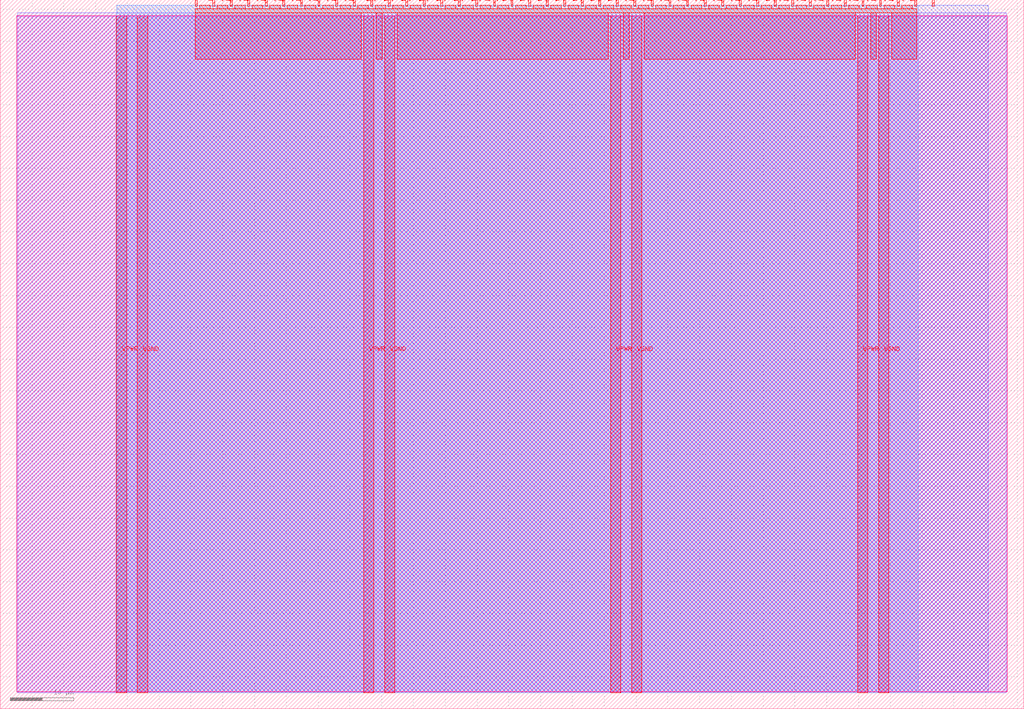
<source format=lef>
VERSION 5.7 ;
  NOWIREEXTENSIONATPIN ON ;
  DIVIDERCHAR "/" ;
  BUSBITCHARS "[]" ;
MACRO tt_um_TT16
  CLASS BLOCK ;
  FOREIGN tt_um_TT16 ;
  ORIGIN 0.000 0.000 ;
  SIZE 161.000 BY 111.520 ;
  PIN VGND
    DIRECTION INOUT ;
    USE GROUND ;
    PORT
      LAYER met4 ;
        RECT 21.580 2.480 23.180 109.040 ;
    END
    PORT
      LAYER met4 ;
        RECT 60.450 2.480 62.050 109.040 ;
    END
    PORT
      LAYER met4 ;
        RECT 99.320 2.480 100.920 109.040 ;
    END
    PORT
      LAYER met4 ;
        RECT 138.190 2.480 139.790 109.040 ;
    END
  END VGND
  PIN VPWR
    DIRECTION INOUT ;
    USE POWER ;
    PORT
      LAYER met4 ;
        RECT 18.280 2.480 19.880 109.040 ;
    END
    PORT
      LAYER met4 ;
        RECT 57.150 2.480 58.750 109.040 ;
    END
    PORT
      LAYER met4 ;
        RECT 96.020 2.480 97.620 109.040 ;
    END
    PORT
      LAYER met4 ;
        RECT 134.890 2.480 136.490 109.040 ;
    END
  END VPWR
  PIN clk
    DIRECTION INPUT ;
    USE SIGNAL ;
    ANTENNAGATEAREA 0.852000 ;
    PORT
      LAYER met4 ;
        RECT 143.830 110.520 144.130 111.520 ;
    END
  END clk
  PIN ena
    DIRECTION INPUT ;
    USE SIGNAL ;
    PORT
      LAYER met4 ;
        RECT 146.590 110.520 146.890 111.520 ;
    END
  END ena
  PIN rst_n
    DIRECTION INPUT ;
    USE SIGNAL ;
    ANTENNAGATEAREA 0.196500 ;
    PORT
      LAYER met4 ;
        RECT 141.070 110.520 141.370 111.520 ;
    END
  END rst_n
  PIN ui_in[0]
    DIRECTION INPUT ;
    USE SIGNAL ;
    ANTENNAGATEAREA 0.213000 ;
    PORT
      LAYER met4 ;
        RECT 138.310 110.520 138.610 111.520 ;
    END
  END ui_in[0]
  PIN ui_in[1]
    DIRECTION INPUT ;
    USE SIGNAL ;
    ANTENNAGATEAREA 0.213000 ;
    PORT
      LAYER met4 ;
        RECT 135.550 110.520 135.850 111.520 ;
    END
  END ui_in[1]
  PIN ui_in[2]
    DIRECTION INPUT ;
    USE SIGNAL ;
    ANTENNAGATEAREA 0.213000 ;
    PORT
      LAYER met4 ;
        RECT 132.790 110.520 133.090 111.520 ;
    END
  END ui_in[2]
  PIN ui_in[3]
    DIRECTION INPUT ;
    USE SIGNAL ;
    ANTENNAGATEAREA 0.213000 ;
    PORT
      LAYER met4 ;
        RECT 130.030 110.520 130.330 111.520 ;
    END
  END ui_in[3]
  PIN ui_in[4]
    DIRECTION INPUT ;
    USE SIGNAL ;
    ANTENNAGATEAREA 0.196500 ;
    PORT
      LAYER met4 ;
        RECT 127.270 110.520 127.570 111.520 ;
    END
  END ui_in[4]
  PIN ui_in[5]
    DIRECTION INPUT ;
    USE SIGNAL ;
    ANTENNAGATEAREA 0.196500 ;
    PORT
      LAYER met4 ;
        RECT 124.510 110.520 124.810 111.520 ;
    END
  END ui_in[5]
  PIN ui_in[6]
    DIRECTION INPUT ;
    USE SIGNAL ;
    PORT
      LAYER met4 ;
        RECT 121.750 110.520 122.050 111.520 ;
    END
  END ui_in[6]
  PIN ui_in[7]
    DIRECTION INPUT ;
    USE SIGNAL ;
    PORT
      LAYER met4 ;
        RECT 118.990 110.520 119.290 111.520 ;
    END
  END ui_in[7]
  PIN uio_in[0]
    DIRECTION INPUT ;
    USE SIGNAL ;
    PORT
      LAYER met4 ;
        RECT 116.230 110.520 116.530 111.520 ;
    END
  END uio_in[0]
  PIN uio_in[1]
    DIRECTION INPUT ;
    USE SIGNAL ;
    PORT
      LAYER met4 ;
        RECT 113.470 110.520 113.770 111.520 ;
    END
  END uio_in[1]
  PIN uio_in[2]
    DIRECTION INPUT ;
    USE SIGNAL ;
    PORT
      LAYER met4 ;
        RECT 110.710 110.520 111.010 111.520 ;
    END
  END uio_in[2]
  PIN uio_in[3]
    DIRECTION INPUT ;
    USE SIGNAL ;
    PORT
      LAYER met4 ;
        RECT 107.950 110.520 108.250 111.520 ;
    END
  END uio_in[3]
  PIN uio_in[4]
    DIRECTION INPUT ;
    USE SIGNAL ;
    PORT
      LAYER met4 ;
        RECT 105.190 110.520 105.490 111.520 ;
    END
  END uio_in[4]
  PIN uio_in[5]
    DIRECTION INPUT ;
    USE SIGNAL ;
    PORT
      LAYER met4 ;
        RECT 102.430 110.520 102.730 111.520 ;
    END
  END uio_in[5]
  PIN uio_in[6]
    DIRECTION INPUT ;
    USE SIGNAL ;
    PORT
      LAYER met4 ;
        RECT 99.670 110.520 99.970 111.520 ;
    END
  END uio_in[6]
  PIN uio_in[7]
    DIRECTION INPUT ;
    USE SIGNAL ;
    PORT
      LAYER met4 ;
        RECT 96.910 110.520 97.210 111.520 ;
    END
  END uio_in[7]
  PIN uio_oe[0]
    DIRECTION OUTPUT ;
    USE SIGNAL ;
    PORT
      LAYER met4 ;
        RECT 49.990 110.520 50.290 111.520 ;
    END
  END uio_oe[0]
  PIN uio_oe[1]
    DIRECTION OUTPUT ;
    USE SIGNAL ;
    PORT
      LAYER met4 ;
        RECT 47.230 110.520 47.530 111.520 ;
    END
  END uio_oe[1]
  PIN uio_oe[2]
    DIRECTION OUTPUT ;
    USE SIGNAL ;
    PORT
      LAYER met4 ;
        RECT 44.470 110.520 44.770 111.520 ;
    END
  END uio_oe[2]
  PIN uio_oe[3]
    DIRECTION OUTPUT ;
    USE SIGNAL ;
    PORT
      LAYER met4 ;
        RECT 41.710 110.520 42.010 111.520 ;
    END
  END uio_oe[3]
  PIN uio_oe[4]
    DIRECTION OUTPUT ;
    USE SIGNAL ;
    PORT
      LAYER met4 ;
        RECT 38.950 110.520 39.250 111.520 ;
    END
  END uio_oe[4]
  PIN uio_oe[5]
    DIRECTION OUTPUT ;
    USE SIGNAL ;
    PORT
      LAYER met4 ;
        RECT 36.190 110.520 36.490 111.520 ;
    END
  END uio_oe[5]
  PIN uio_oe[6]
    DIRECTION OUTPUT ;
    USE SIGNAL ;
    PORT
      LAYER met4 ;
        RECT 33.430 110.520 33.730 111.520 ;
    END
  END uio_oe[6]
  PIN uio_oe[7]
    DIRECTION OUTPUT ;
    USE SIGNAL ;
    PORT
      LAYER met4 ;
        RECT 30.670 110.520 30.970 111.520 ;
    END
  END uio_oe[7]
  PIN uio_out[0]
    DIRECTION OUTPUT ;
    USE SIGNAL ;
    ANTENNADIFFAREA 0.445500 ;
    PORT
      LAYER met4 ;
        RECT 72.070 110.520 72.370 111.520 ;
    END
  END uio_out[0]
  PIN uio_out[1]
    DIRECTION OUTPUT ;
    USE SIGNAL ;
    ANTENNADIFFAREA 0.445500 ;
    PORT
      LAYER met4 ;
        RECT 69.310 110.520 69.610 111.520 ;
    END
  END uio_out[1]
  PIN uio_out[2]
    DIRECTION OUTPUT ;
    USE SIGNAL ;
    PORT
      LAYER met4 ;
        RECT 66.550 110.520 66.850 111.520 ;
    END
  END uio_out[2]
  PIN uio_out[3]
    DIRECTION OUTPUT ;
    USE SIGNAL ;
    PORT
      LAYER met4 ;
        RECT 63.790 110.520 64.090 111.520 ;
    END
  END uio_out[3]
  PIN uio_out[4]
    DIRECTION OUTPUT ;
    USE SIGNAL ;
    PORT
      LAYER met4 ;
        RECT 61.030 110.520 61.330 111.520 ;
    END
  END uio_out[4]
  PIN uio_out[5]
    DIRECTION OUTPUT ;
    USE SIGNAL ;
    PORT
      LAYER met4 ;
        RECT 58.270 110.520 58.570 111.520 ;
    END
  END uio_out[5]
  PIN uio_out[6]
    DIRECTION OUTPUT ;
    USE SIGNAL ;
    PORT
      LAYER met4 ;
        RECT 55.510 110.520 55.810 111.520 ;
    END
  END uio_out[6]
  PIN uio_out[7]
    DIRECTION OUTPUT ;
    USE SIGNAL ;
    PORT
      LAYER met4 ;
        RECT 52.750 110.520 53.050 111.520 ;
    END
  END uio_out[7]
  PIN uo_out[0]
    DIRECTION OUTPUT ;
    USE SIGNAL ;
    ANTENNADIFFAREA 0.891000 ;
    PORT
      LAYER met4 ;
        RECT 94.150 110.520 94.450 111.520 ;
    END
  END uo_out[0]
  PIN uo_out[1]
    DIRECTION OUTPUT ;
    USE SIGNAL ;
    ANTENNADIFFAREA 0.891000 ;
    PORT
      LAYER met4 ;
        RECT 91.390 110.520 91.690 111.520 ;
    END
  END uo_out[1]
  PIN uo_out[2]
    DIRECTION OUTPUT ;
    USE SIGNAL ;
    ANTENNADIFFAREA 0.891000 ;
    PORT
      LAYER met4 ;
        RECT 88.630 110.520 88.930 111.520 ;
    END
  END uo_out[2]
  PIN uo_out[3]
    DIRECTION OUTPUT ;
    USE SIGNAL ;
    ANTENNADIFFAREA 0.891000 ;
    PORT
      LAYER met4 ;
        RECT 85.870 110.520 86.170 111.520 ;
    END
  END uo_out[3]
  PIN uo_out[4]
    DIRECTION OUTPUT ;
    USE SIGNAL ;
    ANTENNADIFFAREA 0.891000 ;
    PORT
      LAYER met4 ;
        RECT 83.110 110.520 83.410 111.520 ;
    END
  END uo_out[4]
  PIN uo_out[5]
    DIRECTION OUTPUT ;
    USE SIGNAL ;
    ANTENNADIFFAREA 0.891000 ;
    PORT
      LAYER met4 ;
        RECT 80.350 110.520 80.650 111.520 ;
    END
  END uo_out[5]
  PIN uo_out[6]
    DIRECTION OUTPUT ;
    USE SIGNAL ;
    PORT
      LAYER met4 ;
        RECT 77.590 110.520 77.890 111.520 ;
    END
  END uo_out[6]
  PIN uo_out[7]
    DIRECTION OUTPUT ;
    USE SIGNAL ;
    PORT
      LAYER met4 ;
        RECT 74.830 110.520 75.130 111.520 ;
    END
  END uo_out[7]
  OBS
      LAYER nwell ;
        RECT 2.570 2.635 158.430 108.990 ;
      LAYER li1 ;
        RECT 2.760 2.635 158.240 108.885 ;
      LAYER met1 ;
        RECT 2.760 2.480 158.240 109.440 ;
      LAYER met2 ;
        RECT 18.310 2.535 155.380 110.685 ;
      LAYER met3 ;
        RECT 18.290 2.555 144.370 110.665 ;
      LAYER met4 ;
        RECT 31.370 110.120 33.030 110.665 ;
        RECT 34.130 110.120 35.790 110.665 ;
        RECT 36.890 110.120 38.550 110.665 ;
        RECT 39.650 110.120 41.310 110.665 ;
        RECT 42.410 110.120 44.070 110.665 ;
        RECT 45.170 110.120 46.830 110.665 ;
        RECT 47.930 110.120 49.590 110.665 ;
        RECT 50.690 110.120 52.350 110.665 ;
        RECT 53.450 110.120 55.110 110.665 ;
        RECT 56.210 110.120 57.870 110.665 ;
        RECT 58.970 110.120 60.630 110.665 ;
        RECT 61.730 110.120 63.390 110.665 ;
        RECT 64.490 110.120 66.150 110.665 ;
        RECT 67.250 110.120 68.910 110.665 ;
        RECT 70.010 110.120 71.670 110.665 ;
        RECT 72.770 110.120 74.430 110.665 ;
        RECT 75.530 110.120 77.190 110.665 ;
        RECT 78.290 110.120 79.950 110.665 ;
        RECT 81.050 110.120 82.710 110.665 ;
        RECT 83.810 110.120 85.470 110.665 ;
        RECT 86.570 110.120 88.230 110.665 ;
        RECT 89.330 110.120 90.990 110.665 ;
        RECT 92.090 110.120 93.750 110.665 ;
        RECT 94.850 110.120 96.510 110.665 ;
        RECT 97.610 110.120 99.270 110.665 ;
        RECT 100.370 110.120 102.030 110.665 ;
        RECT 103.130 110.120 104.790 110.665 ;
        RECT 105.890 110.120 107.550 110.665 ;
        RECT 108.650 110.120 110.310 110.665 ;
        RECT 111.410 110.120 113.070 110.665 ;
        RECT 114.170 110.120 115.830 110.665 ;
        RECT 116.930 110.120 118.590 110.665 ;
        RECT 119.690 110.120 121.350 110.665 ;
        RECT 122.450 110.120 124.110 110.665 ;
        RECT 125.210 110.120 126.870 110.665 ;
        RECT 127.970 110.120 129.630 110.665 ;
        RECT 130.730 110.120 132.390 110.665 ;
        RECT 133.490 110.120 135.150 110.665 ;
        RECT 136.250 110.120 137.910 110.665 ;
        RECT 139.010 110.120 140.670 110.665 ;
        RECT 141.770 110.120 143.430 110.665 ;
        RECT 30.655 109.440 144.145 110.120 ;
        RECT 30.655 102.175 56.750 109.440 ;
        RECT 59.150 102.175 60.050 109.440 ;
        RECT 62.450 102.175 95.620 109.440 ;
        RECT 98.020 102.175 98.920 109.440 ;
        RECT 101.320 102.175 134.490 109.440 ;
        RECT 136.890 102.175 137.790 109.440 ;
        RECT 140.190 102.175 144.145 109.440 ;
  END
END tt_um_TT16
END LIBRARY


</source>
